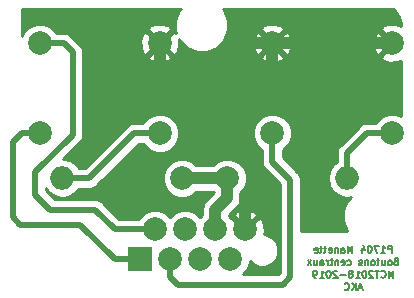
<source format=gbr>
G04 #@! TF.GenerationSoftware,KiCad,Pcbnew,(5.0.0)*
G04 #@! TF.CreationDate,2019-05-16T09:18:07+02:00*
G04 #@! TF.ProjectId,Manette_2019_PCB_Central,4D616E657474655F323031395F504342,rev?*
G04 #@! TF.SameCoordinates,Original*
G04 #@! TF.FileFunction,Copper,L2,Bot,Signal*
G04 #@! TF.FilePolarity,Positive*
%FSLAX46Y46*%
G04 Gerber Fmt 4.6, Leading zero omitted, Abs format (unit mm)*
G04 Created by KiCad (PCBNEW (5.0.0)) date 05/16/19 09:18:07*
%MOMM*%
%LPD*%
G01*
G04 APERTURE LIST*
G04 #@! TA.AperFunction,NonConductor*
%ADD10C,0.150000*%
G04 #@! TD*
G04 #@! TA.AperFunction,ComponentPad*
%ADD11O,2.000000X2.000000*%
G04 #@! TD*
G04 #@! TA.AperFunction,ComponentPad*
%ADD12C,2.000000*%
G04 #@! TD*
G04 #@! TA.AperFunction,ComponentPad*
%ADD13R,2.000000X2.000000*%
G04 #@! TD*
G04 #@! TA.AperFunction,Conductor*
%ADD14C,0.500000*%
G04 #@! TD*
G04 #@! TA.AperFunction,Conductor*
%ADD15C,1.000000*%
G04 #@! TD*
G04 #@! TA.AperFunction,Conductor*
%ADD16C,0.254000*%
G04 #@! TD*
G04 APERTURE END LIST*
D10*
X141574428Y-121886428D02*
X141574428Y-121286428D01*
X141345857Y-121286428D01*
X141288714Y-121315000D01*
X141260142Y-121343571D01*
X141231571Y-121400714D01*
X141231571Y-121486428D01*
X141260142Y-121543571D01*
X141288714Y-121572142D01*
X141345857Y-121600714D01*
X141574428Y-121600714D01*
X140660142Y-121886428D02*
X141003000Y-121886428D01*
X140831571Y-121886428D02*
X140831571Y-121286428D01*
X140888714Y-121372142D01*
X140945857Y-121429285D01*
X141003000Y-121457857D01*
X140460142Y-121286428D02*
X140060142Y-121286428D01*
X140317285Y-121886428D01*
X139717285Y-121286428D02*
X139660142Y-121286428D01*
X139603000Y-121315000D01*
X139574428Y-121343571D01*
X139545857Y-121400714D01*
X139517285Y-121515000D01*
X139517285Y-121657857D01*
X139545857Y-121772142D01*
X139574428Y-121829285D01*
X139603000Y-121857857D01*
X139660142Y-121886428D01*
X139717285Y-121886428D01*
X139774428Y-121857857D01*
X139803000Y-121829285D01*
X139831571Y-121772142D01*
X139860142Y-121657857D01*
X139860142Y-121515000D01*
X139831571Y-121400714D01*
X139803000Y-121343571D01*
X139774428Y-121315000D01*
X139717285Y-121286428D01*
X139003000Y-121486428D02*
X139003000Y-121886428D01*
X139145857Y-121257857D02*
X139288714Y-121686428D01*
X138917285Y-121686428D01*
X138231571Y-121886428D02*
X138231571Y-121286428D01*
X138031571Y-121715000D01*
X137831571Y-121286428D01*
X137831571Y-121886428D01*
X137288714Y-121886428D02*
X137288714Y-121572142D01*
X137317285Y-121515000D01*
X137374428Y-121486428D01*
X137488714Y-121486428D01*
X137545857Y-121515000D01*
X137288714Y-121857857D02*
X137345857Y-121886428D01*
X137488714Y-121886428D01*
X137545857Y-121857857D01*
X137574428Y-121800714D01*
X137574428Y-121743571D01*
X137545857Y-121686428D01*
X137488714Y-121657857D01*
X137345857Y-121657857D01*
X137288714Y-121629285D01*
X137003000Y-121486428D02*
X137003000Y-121886428D01*
X137003000Y-121543571D02*
X136974428Y-121515000D01*
X136917285Y-121486428D01*
X136831571Y-121486428D01*
X136774428Y-121515000D01*
X136745857Y-121572142D01*
X136745857Y-121886428D01*
X136231571Y-121857857D02*
X136288714Y-121886428D01*
X136403000Y-121886428D01*
X136460142Y-121857857D01*
X136488714Y-121800714D01*
X136488714Y-121572142D01*
X136460142Y-121515000D01*
X136403000Y-121486428D01*
X136288714Y-121486428D01*
X136231571Y-121515000D01*
X136203000Y-121572142D01*
X136203000Y-121629285D01*
X136488714Y-121686428D01*
X136031571Y-121486428D02*
X135803000Y-121486428D01*
X135945857Y-121286428D02*
X135945857Y-121800714D01*
X135917285Y-121857857D01*
X135860142Y-121886428D01*
X135803000Y-121886428D01*
X135688714Y-121486428D02*
X135460142Y-121486428D01*
X135603000Y-121286428D02*
X135603000Y-121800714D01*
X135574428Y-121857857D01*
X135517285Y-121886428D01*
X135460142Y-121886428D01*
X135031571Y-121857857D02*
X135088714Y-121886428D01*
X135203000Y-121886428D01*
X135260142Y-121857857D01*
X135288714Y-121800714D01*
X135288714Y-121572142D01*
X135260142Y-121515000D01*
X135203000Y-121486428D01*
X135088714Y-121486428D01*
X135031571Y-121515000D01*
X135003000Y-121572142D01*
X135003000Y-121629285D01*
X135288714Y-121686428D01*
X141917285Y-122622142D02*
X141831571Y-122650714D01*
X141803000Y-122679285D01*
X141774428Y-122736428D01*
X141774428Y-122822142D01*
X141803000Y-122879285D01*
X141831571Y-122907857D01*
X141888714Y-122936428D01*
X142117285Y-122936428D01*
X142117285Y-122336428D01*
X141917285Y-122336428D01*
X141860142Y-122365000D01*
X141831571Y-122393571D01*
X141803000Y-122450714D01*
X141803000Y-122507857D01*
X141831571Y-122565000D01*
X141860142Y-122593571D01*
X141917285Y-122622142D01*
X142117285Y-122622142D01*
X141431571Y-122936428D02*
X141488714Y-122907857D01*
X141517285Y-122879285D01*
X141545857Y-122822142D01*
X141545857Y-122650714D01*
X141517285Y-122593571D01*
X141488714Y-122565000D01*
X141431571Y-122536428D01*
X141345857Y-122536428D01*
X141288714Y-122565000D01*
X141260142Y-122593571D01*
X141231571Y-122650714D01*
X141231571Y-122822142D01*
X141260142Y-122879285D01*
X141288714Y-122907857D01*
X141345857Y-122936428D01*
X141431571Y-122936428D01*
X140717285Y-122536428D02*
X140717285Y-122936428D01*
X140974428Y-122536428D02*
X140974428Y-122850714D01*
X140945857Y-122907857D01*
X140888714Y-122936428D01*
X140803000Y-122936428D01*
X140745857Y-122907857D01*
X140717285Y-122879285D01*
X140517285Y-122536428D02*
X140288714Y-122536428D01*
X140431571Y-122336428D02*
X140431571Y-122850714D01*
X140403000Y-122907857D01*
X140345857Y-122936428D01*
X140288714Y-122936428D01*
X140003000Y-122936428D02*
X140060142Y-122907857D01*
X140088714Y-122879285D01*
X140117285Y-122822142D01*
X140117285Y-122650714D01*
X140088714Y-122593571D01*
X140060142Y-122565000D01*
X140003000Y-122536428D01*
X139917285Y-122536428D01*
X139860142Y-122565000D01*
X139831571Y-122593571D01*
X139803000Y-122650714D01*
X139803000Y-122822142D01*
X139831571Y-122879285D01*
X139860142Y-122907857D01*
X139917285Y-122936428D01*
X140003000Y-122936428D01*
X139545857Y-122536428D02*
X139545857Y-122936428D01*
X139545857Y-122593571D02*
X139517285Y-122565000D01*
X139460142Y-122536428D01*
X139374428Y-122536428D01*
X139317285Y-122565000D01*
X139288714Y-122622142D01*
X139288714Y-122936428D01*
X139031571Y-122907857D02*
X138974428Y-122936428D01*
X138860142Y-122936428D01*
X138803000Y-122907857D01*
X138774428Y-122850714D01*
X138774428Y-122822142D01*
X138803000Y-122765000D01*
X138860142Y-122736428D01*
X138945857Y-122736428D01*
X139003000Y-122707857D01*
X139031571Y-122650714D01*
X139031571Y-122622142D01*
X139003000Y-122565000D01*
X138945857Y-122536428D01*
X138860142Y-122536428D01*
X138803000Y-122565000D01*
X137803000Y-122907857D02*
X137860142Y-122936428D01*
X137974428Y-122936428D01*
X138031571Y-122907857D01*
X138060142Y-122879285D01*
X138088714Y-122822142D01*
X138088714Y-122650714D01*
X138060142Y-122593571D01*
X138031571Y-122565000D01*
X137974428Y-122536428D01*
X137860142Y-122536428D01*
X137803000Y-122565000D01*
X137317285Y-122907857D02*
X137374428Y-122936428D01*
X137488714Y-122936428D01*
X137545857Y-122907857D01*
X137574428Y-122850714D01*
X137574428Y-122622142D01*
X137545857Y-122565000D01*
X137488714Y-122536428D01*
X137374428Y-122536428D01*
X137317285Y-122565000D01*
X137288714Y-122622142D01*
X137288714Y-122679285D01*
X137574428Y-122736428D01*
X137031571Y-122536428D02*
X137031571Y-122936428D01*
X137031571Y-122593571D02*
X137003000Y-122565000D01*
X136945857Y-122536428D01*
X136860142Y-122536428D01*
X136803000Y-122565000D01*
X136774428Y-122622142D01*
X136774428Y-122936428D01*
X136574428Y-122536428D02*
X136345857Y-122536428D01*
X136488714Y-122336428D02*
X136488714Y-122850714D01*
X136460142Y-122907857D01*
X136403000Y-122936428D01*
X136345857Y-122936428D01*
X136145857Y-122936428D02*
X136145857Y-122536428D01*
X136145857Y-122650714D02*
X136117285Y-122593571D01*
X136088714Y-122565000D01*
X136031571Y-122536428D01*
X135974428Y-122536428D01*
X135517285Y-122936428D02*
X135517285Y-122622142D01*
X135545857Y-122565000D01*
X135603000Y-122536428D01*
X135717285Y-122536428D01*
X135774428Y-122565000D01*
X135517285Y-122907857D02*
X135574428Y-122936428D01*
X135717285Y-122936428D01*
X135774428Y-122907857D01*
X135803000Y-122850714D01*
X135803000Y-122793571D01*
X135774428Y-122736428D01*
X135717285Y-122707857D01*
X135574428Y-122707857D01*
X135517285Y-122679285D01*
X134974428Y-122536428D02*
X134974428Y-122936428D01*
X135231571Y-122536428D02*
X135231571Y-122850714D01*
X135203000Y-122907857D01*
X135145857Y-122936428D01*
X135060142Y-122936428D01*
X135003000Y-122907857D01*
X134974428Y-122879285D01*
X134745857Y-122936428D02*
X134431571Y-122536428D01*
X134745857Y-122536428D02*
X134431571Y-122936428D01*
X141688714Y-123986428D02*
X141688714Y-123386428D01*
X141488714Y-123815000D01*
X141288714Y-123386428D01*
X141288714Y-123986428D01*
X140660142Y-123929285D02*
X140688714Y-123957857D01*
X140774428Y-123986428D01*
X140831571Y-123986428D01*
X140917285Y-123957857D01*
X140974428Y-123900714D01*
X141003000Y-123843571D01*
X141031571Y-123729285D01*
X141031571Y-123643571D01*
X141003000Y-123529285D01*
X140974428Y-123472142D01*
X140917285Y-123415000D01*
X140831571Y-123386428D01*
X140774428Y-123386428D01*
X140688714Y-123415000D01*
X140660142Y-123443571D01*
X140488714Y-123386428D02*
X140145857Y-123386428D01*
X140317285Y-123986428D02*
X140317285Y-123386428D01*
X139974428Y-123443571D02*
X139945857Y-123415000D01*
X139888714Y-123386428D01*
X139745857Y-123386428D01*
X139688714Y-123415000D01*
X139660142Y-123443571D01*
X139631571Y-123500714D01*
X139631571Y-123557857D01*
X139660142Y-123643571D01*
X140003000Y-123986428D01*
X139631571Y-123986428D01*
X139260142Y-123386428D02*
X139203000Y-123386428D01*
X139145857Y-123415000D01*
X139117285Y-123443571D01*
X139088714Y-123500714D01*
X139060142Y-123615000D01*
X139060142Y-123757857D01*
X139088714Y-123872142D01*
X139117285Y-123929285D01*
X139145857Y-123957857D01*
X139203000Y-123986428D01*
X139260142Y-123986428D01*
X139317285Y-123957857D01*
X139345857Y-123929285D01*
X139374428Y-123872142D01*
X139403000Y-123757857D01*
X139403000Y-123615000D01*
X139374428Y-123500714D01*
X139345857Y-123443571D01*
X139317285Y-123415000D01*
X139260142Y-123386428D01*
X138488714Y-123986428D02*
X138831571Y-123986428D01*
X138660142Y-123986428D02*
X138660142Y-123386428D01*
X138717285Y-123472142D01*
X138774428Y-123529285D01*
X138831571Y-123557857D01*
X138145857Y-123643571D02*
X138203000Y-123615000D01*
X138231571Y-123586428D01*
X138260142Y-123529285D01*
X138260142Y-123500714D01*
X138231571Y-123443571D01*
X138203000Y-123415000D01*
X138145857Y-123386428D01*
X138031571Y-123386428D01*
X137974428Y-123415000D01*
X137945857Y-123443571D01*
X137917285Y-123500714D01*
X137917285Y-123529285D01*
X137945857Y-123586428D01*
X137974428Y-123615000D01*
X138031571Y-123643571D01*
X138145857Y-123643571D01*
X138203000Y-123672142D01*
X138231571Y-123700714D01*
X138260142Y-123757857D01*
X138260142Y-123872142D01*
X138231571Y-123929285D01*
X138203000Y-123957857D01*
X138145857Y-123986428D01*
X138031571Y-123986428D01*
X137974428Y-123957857D01*
X137945857Y-123929285D01*
X137917285Y-123872142D01*
X137917285Y-123757857D01*
X137945857Y-123700714D01*
X137974428Y-123672142D01*
X138031571Y-123643571D01*
X137660142Y-123757857D02*
X137203000Y-123757857D01*
X136945857Y-123443571D02*
X136917285Y-123415000D01*
X136860142Y-123386428D01*
X136717285Y-123386428D01*
X136660142Y-123415000D01*
X136631571Y-123443571D01*
X136603000Y-123500714D01*
X136603000Y-123557857D01*
X136631571Y-123643571D01*
X136974428Y-123986428D01*
X136603000Y-123986428D01*
X136231571Y-123386428D02*
X136174428Y-123386428D01*
X136117285Y-123415000D01*
X136088714Y-123443571D01*
X136060142Y-123500714D01*
X136031571Y-123615000D01*
X136031571Y-123757857D01*
X136060142Y-123872142D01*
X136088714Y-123929285D01*
X136117285Y-123957857D01*
X136174428Y-123986428D01*
X136231571Y-123986428D01*
X136288714Y-123957857D01*
X136317285Y-123929285D01*
X136345857Y-123872142D01*
X136374428Y-123757857D01*
X136374428Y-123615000D01*
X136345857Y-123500714D01*
X136317285Y-123443571D01*
X136288714Y-123415000D01*
X136231571Y-123386428D01*
X135460142Y-123986428D02*
X135803000Y-123986428D01*
X135631571Y-123986428D02*
X135631571Y-123386428D01*
X135688714Y-123472142D01*
X135745857Y-123529285D01*
X135803000Y-123557857D01*
X135174428Y-123986428D02*
X135060142Y-123986428D01*
X135003000Y-123957857D01*
X134974428Y-123929285D01*
X134917285Y-123843571D01*
X134888714Y-123729285D01*
X134888714Y-123500714D01*
X134917285Y-123443571D01*
X134945857Y-123415000D01*
X135003000Y-123386428D01*
X135117285Y-123386428D01*
X135174428Y-123415000D01*
X135203000Y-123443571D01*
X135231571Y-123500714D01*
X135231571Y-123643571D01*
X135203000Y-123700714D01*
X135174428Y-123729285D01*
X135117285Y-123757857D01*
X135003000Y-123757857D01*
X134945857Y-123729285D01*
X134917285Y-123700714D01*
X134888714Y-123643571D01*
X139045857Y-124865000D02*
X138760142Y-124865000D01*
X139103000Y-125036428D02*
X138903000Y-124436428D01*
X138703000Y-125036428D01*
X138503000Y-125036428D02*
X138503000Y-124436428D01*
X138160142Y-125036428D02*
X138417285Y-124693571D01*
X138160142Y-124436428D02*
X138503000Y-124779285D01*
X137560142Y-124979285D02*
X137588714Y-125007857D01*
X137674428Y-125036428D01*
X137731571Y-125036428D01*
X137817285Y-125007857D01*
X137874428Y-124950714D01*
X137903000Y-124893571D01*
X137931571Y-124779285D01*
X137931571Y-124693571D01*
X137903000Y-124579285D01*
X137874428Y-124522142D01*
X137817285Y-124465000D01*
X137731571Y-124436428D01*
X137674428Y-124436428D01*
X137588714Y-124465000D01*
X137560142Y-124493571D01*
D11*
G04 #@! TO.P,R1,2*
G04 #@! TO.N,Net-(R1-Pad2)*
X137795000Y-115570000D03*
D12*
G04 #@! TO.P,R1,1*
G04 #@! TO.N,Vcc*
X127635000Y-115570000D03*
G04 #@! TD*
G04 #@! TO.P,R2,1*
G04 #@! TO.N,Vcc*
X123825000Y-115570000D03*
D11*
G04 #@! TO.P,R2,2*
G04 #@! TO.N,Net-(R2-Pad2)*
X113665000Y-115570000D03*
G04 #@! TD*
D12*
G04 #@! TO.P,SW1,4*
G04 #@! TO.N,button_START*
X131445000Y-111760000D03*
G04 #@! TO.P,SW1,3*
G04 #@! TO.N,Net-(R1-Pad2)*
X141605000Y-111760000D03*
G04 #@! TO.P,SW1,2*
G04 #@! TO.N,GND*
X131445000Y-104140000D03*
G04 #@! TO.P,SW1,1*
X141605000Y-104140000D03*
G04 #@! TD*
G04 #@! TO.P,SW2,4*
G04 #@! TO.N,button_SELECT*
X111760000Y-111760000D03*
G04 #@! TO.P,SW2,3*
G04 #@! TO.N,Net-(R2-Pad2)*
X121920000Y-111760000D03*
G04 #@! TO.P,SW2,2*
G04 #@! TO.N,Conn_LED_On*
X111760000Y-104140000D03*
G04 #@! TO.P,SW2,1*
G04 #@! TO.N,GND*
X121920000Y-104140000D03*
G04 #@! TD*
D13*
G04 #@! TO.P,J1,1*
G04 #@! TO.N,button_SELECT*
X120269000Y-122428000D03*
D12*
G04 #@! TO.P,J1,2*
G04 #@! TO.N,Conn_LED_On*
X121539000Y-119888000D03*
G04 #@! TO.P,J1,3*
G04 #@! TO.N,button_START*
X122809000Y-122428000D03*
G04 #@! TO.P,J1,4*
G04 #@! TO.N,Net-(J1-Pad4)*
X124079000Y-119888000D03*
G04 #@! TO.P,J1,5*
G04 #@! TO.N,Net-(J1-Pad5)*
X125349000Y-122428000D03*
G04 #@! TO.P,J1,6*
G04 #@! TO.N,Vcc*
X126619000Y-119888000D03*
G04 #@! TO.P,J1,7*
G04 #@! TO.N,Net-(J1-Pad7)*
X127889000Y-122428000D03*
G04 #@! TO.P,J1,8*
G04 #@! TO.N,GND*
X129159000Y-119888000D03*
G04 #@! TD*
D14*
G04 #@! TO.N,button_START*
X131445000Y-114173000D02*
X131445000Y-111760000D01*
X122809000Y-123952000D02*
X123444000Y-124587000D01*
X122809000Y-122428000D02*
X122809000Y-123952000D01*
X123444000Y-124587000D02*
X132334000Y-124587000D01*
X132334000Y-124587000D02*
X132969000Y-123952000D01*
X132969000Y-123952000D02*
X132969000Y-115697000D01*
X132969000Y-115697000D02*
X131445000Y-114173000D01*
G04 #@! TO.N,button_SELECT*
X110236000Y-111760000D02*
X111760000Y-111760000D01*
X118110000Y-122428000D02*
X115189000Y-119507000D01*
X115189000Y-119507000D02*
X110109000Y-119507000D01*
X110109000Y-119507000D02*
X109474000Y-118872000D01*
X120269000Y-122428000D02*
X118110000Y-122428000D01*
X109474000Y-118872000D02*
X109474000Y-112522000D01*
X109474000Y-112522000D02*
X110236000Y-111760000D01*
D15*
G04 #@! TO.N,GND*
X132859213Y-104140000D02*
X141605000Y-104140000D01*
X131445000Y-104140000D02*
X132859213Y-104140000D01*
X131445000Y-106426000D02*
X131445000Y-104140000D01*
X131445000Y-108331000D02*
X131445000Y-106426000D01*
X129159000Y-116967000D02*
X129794000Y-116332000D01*
X129159000Y-119888000D02*
X129159000Y-116967000D01*
X129794000Y-113792000D02*
X129159000Y-113157000D01*
X129794000Y-116332000D02*
X129794000Y-113792000D01*
X129159000Y-113157000D02*
X129159000Y-110617000D01*
X129159000Y-110617000D02*
X131445000Y-108331000D01*
X121920000Y-105918000D02*
X121920000Y-104140000D01*
X122682000Y-106680000D02*
X121920000Y-105918000D01*
X126873000Y-106680000D02*
X122682000Y-106680000D01*
X131445000Y-104140000D02*
X129413000Y-104140000D01*
X129413000Y-104140000D02*
X126873000Y-106680000D01*
D14*
G04 #@! TO.N,Net-(R1-Pad2)*
X137795000Y-115570000D02*
X137795000Y-113411000D01*
X139446000Y-111760000D02*
X141605000Y-111760000D01*
X137795000Y-113411000D02*
X139446000Y-111760000D01*
G04 #@! TO.N,Net-(R2-Pad2)*
X113665000Y-115570000D02*
X115951000Y-115570000D01*
X119761000Y-111760000D02*
X121920000Y-111760000D01*
X115951000Y-115570000D02*
X119761000Y-111760000D01*
D15*
G04 #@! TO.N,Vcc*
X126619000Y-119888000D02*
X126619000Y-118237000D01*
X127635000Y-117221000D02*
X127635000Y-115570000D01*
X126619000Y-118237000D02*
X127635000Y-117221000D01*
X123825000Y-115570000D02*
X127635000Y-115570000D01*
D14*
G04 #@! TO.N,Conn_LED_On*
X121539000Y-119888000D02*
X118110000Y-119888000D01*
X118110000Y-119888000D02*
X116459000Y-118237000D01*
X116459000Y-118237000D02*
X112649000Y-118237000D01*
X112649000Y-118237000D02*
X111379000Y-116967000D01*
X111379000Y-116967000D02*
X111379000Y-115062000D01*
X111379000Y-115062000D02*
X114554000Y-111887000D01*
X114554000Y-111887000D02*
X114554000Y-104902000D01*
X113792000Y-104140000D02*
X111760000Y-104140000D01*
X114554000Y-104902000D02*
X113792000Y-104140000D01*
G04 #@! TD*
D16*
G04 #@! TO.N,GND*
G36*
X123581259Y-101349974D02*
X123241000Y-102171431D01*
X123241000Y-103060569D01*
X123323559Y-103259884D01*
X123072532Y-103167073D01*
X122099605Y-104140000D01*
X123072532Y-105112927D01*
X123339387Y-105014264D01*
X123565908Y-104404539D01*
X123543171Y-103790073D01*
X123581259Y-103882026D01*
X124209974Y-104510741D01*
X125031431Y-104851000D01*
X125920569Y-104851000D01*
X126742026Y-104510741D01*
X127370741Y-103882026D01*
X127373460Y-103875461D01*
X129799092Y-103875461D01*
X129823144Y-104525460D01*
X130025613Y-105014264D01*
X130292468Y-105112927D01*
X131265395Y-104140000D01*
X131624605Y-104140000D01*
X132597532Y-105112927D01*
X132864387Y-105014264D01*
X133090908Y-104404539D01*
X133071331Y-103875461D01*
X139959092Y-103875461D01*
X139983144Y-104525460D01*
X140185613Y-105014264D01*
X140452468Y-105112927D01*
X141425395Y-104140000D01*
X140452468Y-103167073D01*
X140185613Y-103265736D01*
X139959092Y-103875461D01*
X133071331Y-103875461D01*
X133066856Y-103754540D01*
X132864387Y-103265736D01*
X132597532Y-103167073D01*
X131624605Y-104140000D01*
X131265395Y-104140000D01*
X130292468Y-103167073D01*
X130025613Y-103265736D01*
X129799092Y-103875461D01*
X127373460Y-103875461D01*
X127711000Y-103060569D01*
X127711000Y-102987468D01*
X130472073Y-102987468D01*
X131445000Y-103960395D01*
X132417927Y-102987468D01*
X132319264Y-102720613D01*
X131709539Y-102494092D01*
X131059540Y-102518144D01*
X130570736Y-102720613D01*
X130472073Y-102987468D01*
X127711000Y-102987468D01*
X127711000Y-102171431D01*
X127370741Y-101349974D01*
X127239767Y-101219000D01*
X141633732Y-101219000D01*
X141871597Y-101455210D01*
X142165525Y-101918367D01*
X142349538Y-102435134D01*
X142367000Y-102581575D01*
X142367000Y-102678905D01*
X141869539Y-102494092D01*
X141219540Y-102518144D01*
X140730736Y-102720613D01*
X140632073Y-102987468D01*
X141605000Y-103960395D01*
X141619143Y-103946253D01*
X141798748Y-104125858D01*
X141784605Y-104140000D01*
X141798748Y-104154143D01*
X141619143Y-104333748D01*
X141605000Y-104319605D01*
X140632073Y-105292532D01*
X140730736Y-105559387D01*
X141340461Y-105785908D01*
X141990460Y-105761856D01*
X142367000Y-105605888D01*
X142367000Y-110305919D01*
X141930222Y-110125000D01*
X141279778Y-110125000D01*
X140678847Y-110373914D01*
X140218914Y-110833847D01*
X140201868Y-110875000D01*
X139533161Y-110875000D01*
X139446000Y-110857663D01*
X139358839Y-110875000D01*
X139358835Y-110875000D01*
X139100690Y-110926348D01*
X138881845Y-111072576D01*
X138881844Y-111072577D01*
X138807951Y-111121951D01*
X138758577Y-111195844D01*
X137230845Y-112723577D01*
X137156952Y-112772951D01*
X137107578Y-112846844D01*
X137107576Y-112846846D01*
X136961348Y-113065691D01*
X136892663Y-113411000D01*
X136910001Y-113498165D01*
X136910001Y-114194940D01*
X136616231Y-114391231D01*
X136254864Y-114932055D01*
X136127969Y-115570000D01*
X136254864Y-116207945D01*
X136616231Y-116748769D01*
X137157055Y-117110136D01*
X137633969Y-117205000D01*
X137956031Y-117205000D01*
X138109824Y-117174409D01*
X137805259Y-117478974D01*
X137465000Y-118300431D01*
X137465000Y-119189569D01*
X137805259Y-120011026D01*
X137809233Y-120015000D01*
X133854000Y-120015000D01*
X133854000Y-115784159D01*
X133871337Y-115696999D01*
X133854000Y-115609839D01*
X133854000Y-115609835D01*
X133802652Y-115351690D01*
X133607049Y-115058951D01*
X133533156Y-115009577D01*
X132330000Y-113806422D01*
X132330000Y-113163132D01*
X132371153Y-113146086D01*
X132831086Y-112686153D01*
X133080000Y-112085222D01*
X133080000Y-111434778D01*
X132831086Y-110833847D01*
X132371153Y-110373914D01*
X131770222Y-110125000D01*
X131119778Y-110125000D01*
X130518847Y-110373914D01*
X130058914Y-110833847D01*
X129810000Y-111434778D01*
X129810000Y-112085222D01*
X130058914Y-112686153D01*
X130518847Y-113146086D01*
X130560000Y-113163132D01*
X130560000Y-114085839D01*
X130542663Y-114173000D01*
X130560000Y-114260161D01*
X130560000Y-114260164D01*
X130611348Y-114518309D01*
X130806951Y-114811049D01*
X130880847Y-114860425D01*
X132084001Y-116063580D01*
X132084000Y-123585421D01*
X131967422Y-123702000D01*
X128927239Y-123702000D01*
X129275086Y-123354153D01*
X129524000Y-122753222D01*
X129524000Y-122611687D01*
X129774460Y-122862147D01*
X130283506Y-123073000D01*
X130834494Y-123073000D01*
X131343540Y-122862147D01*
X131733147Y-122472540D01*
X131944000Y-121963494D01*
X131944000Y-121412506D01*
X131733147Y-120903460D01*
X131343540Y-120513853D01*
X130834494Y-120303000D01*
X130749010Y-120303000D01*
X130804908Y-120152539D01*
X130780856Y-119502540D01*
X130578387Y-119013736D01*
X130311532Y-118915073D01*
X129338605Y-119888000D01*
X129352748Y-119902143D01*
X129173143Y-120081748D01*
X129159000Y-120067605D01*
X129144858Y-120081748D01*
X128965253Y-119902143D01*
X128979395Y-119888000D01*
X128006468Y-118915073D01*
X127971311Y-118928072D01*
X127778707Y-118735468D01*
X128186073Y-118735468D01*
X129159000Y-119708395D01*
X130131927Y-118735468D01*
X130033264Y-118468613D01*
X129423539Y-118242092D01*
X128773540Y-118266144D01*
X128284736Y-118468613D01*
X128186073Y-118735468D01*
X127778707Y-118735468D01*
X127754000Y-118710761D01*
X127754000Y-118707131D01*
X128358521Y-118102611D01*
X128453289Y-118039289D01*
X128704146Y-117663855D01*
X128770000Y-117332783D01*
X128770000Y-117332782D01*
X128792235Y-117221000D01*
X128770000Y-117109217D01*
X128770000Y-116747239D01*
X129021086Y-116496153D01*
X129270000Y-115895222D01*
X129270000Y-115244778D01*
X129021086Y-114643847D01*
X128561153Y-114183914D01*
X127960222Y-113935000D01*
X127309778Y-113935000D01*
X126708847Y-114183914D01*
X126457761Y-114435000D01*
X125002239Y-114435000D01*
X124751153Y-114183914D01*
X124150222Y-113935000D01*
X123499778Y-113935000D01*
X122898847Y-114183914D01*
X122438914Y-114643847D01*
X122190000Y-115244778D01*
X122190000Y-115895222D01*
X122438914Y-116496153D01*
X122898847Y-116956086D01*
X123499778Y-117205000D01*
X124150222Y-117205000D01*
X124751153Y-116956086D01*
X125002239Y-116705000D01*
X126457761Y-116705000D01*
X126500000Y-116747239D01*
X126500000Y-116750868D01*
X125895479Y-117355389D01*
X125800712Y-117418711D01*
X125676205Y-117605049D01*
X125549854Y-117794146D01*
X125461765Y-118237000D01*
X125484000Y-118348783D01*
X125484000Y-118710761D01*
X125349000Y-118845761D01*
X125005153Y-118501914D01*
X124404222Y-118253000D01*
X123753778Y-118253000D01*
X123152847Y-118501914D01*
X122809000Y-118845761D01*
X122465153Y-118501914D01*
X121864222Y-118253000D01*
X121213778Y-118253000D01*
X120612847Y-118501914D01*
X120152914Y-118961847D01*
X120135868Y-119003000D01*
X118476579Y-119003000D01*
X117146425Y-117672847D01*
X117097049Y-117598951D01*
X116804310Y-117403348D01*
X116546165Y-117352000D01*
X116546161Y-117352000D01*
X116459000Y-117334663D01*
X116371839Y-117352000D01*
X113015579Y-117352000D01*
X112264000Y-116600422D01*
X112264000Y-116416177D01*
X112486231Y-116748769D01*
X113027055Y-117110136D01*
X113503969Y-117205000D01*
X113826031Y-117205000D01*
X114302945Y-117110136D01*
X114843769Y-116748769D01*
X115040059Y-116455000D01*
X115863839Y-116455000D01*
X115951000Y-116472337D01*
X116038161Y-116455000D01*
X116038165Y-116455000D01*
X116296310Y-116403652D01*
X116589049Y-116208049D01*
X116638425Y-116134153D01*
X120127579Y-112645000D01*
X120516868Y-112645000D01*
X120533914Y-112686153D01*
X120993847Y-113146086D01*
X121594778Y-113395000D01*
X122245222Y-113395000D01*
X122846153Y-113146086D01*
X123306086Y-112686153D01*
X123555000Y-112085222D01*
X123555000Y-111434778D01*
X123306086Y-110833847D01*
X122846153Y-110373914D01*
X122245222Y-110125000D01*
X121594778Y-110125000D01*
X120993847Y-110373914D01*
X120533914Y-110833847D01*
X120516868Y-110875000D01*
X119848161Y-110875000D01*
X119761000Y-110857663D01*
X119673839Y-110875000D01*
X119673835Y-110875000D01*
X119415690Y-110926348D01*
X119196845Y-111072576D01*
X119196844Y-111072577D01*
X119122951Y-111121951D01*
X119073577Y-111195844D01*
X115584422Y-114685000D01*
X115040059Y-114685000D01*
X114843769Y-114391231D01*
X114302945Y-114029864D01*
X113826031Y-113935000D01*
X113757579Y-113935000D01*
X115118156Y-112574423D01*
X115192049Y-112525049D01*
X115252329Y-112434835D01*
X115278669Y-112395414D01*
X115387652Y-112232310D01*
X115439000Y-111974165D01*
X115439000Y-111974160D01*
X115456337Y-111887001D01*
X115439000Y-111799841D01*
X115439000Y-105292532D01*
X120947073Y-105292532D01*
X121045736Y-105559387D01*
X121655461Y-105785908D01*
X122305460Y-105761856D01*
X122794264Y-105559387D01*
X122892927Y-105292532D01*
X130472073Y-105292532D01*
X130570736Y-105559387D01*
X131180461Y-105785908D01*
X131830460Y-105761856D01*
X132319264Y-105559387D01*
X132417927Y-105292532D01*
X131445000Y-104319605D01*
X130472073Y-105292532D01*
X122892927Y-105292532D01*
X121920000Y-104319605D01*
X120947073Y-105292532D01*
X115439000Y-105292532D01*
X115439000Y-104989161D01*
X115456337Y-104902000D01*
X115439000Y-104814839D01*
X115439000Y-104814835D01*
X115387652Y-104556690D01*
X115339957Y-104485310D01*
X115241424Y-104337845D01*
X115241423Y-104337844D01*
X115192049Y-104263951D01*
X115118156Y-104214577D01*
X114779040Y-103875461D01*
X120274092Y-103875461D01*
X120298144Y-104525460D01*
X120500613Y-105014264D01*
X120767468Y-105112927D01*
X121740395Y-104140000D01*
X120767468Y-103167073D01*
X120500613Y-103265736D01*
X120274092Y-103875461D01*
X114779040Y-103875461D01*
X114479425Y-103575847D01*
X114430049Y-103501951D01*
X114137310Y-103306348D01*
X113879165Y-103255000D01*
X113879161Y-103255000D01*
X113792000Y-103237663D01*
X113704839Y-103255000D01*
X113163132Y-103255000D01*
X113146086Y-103213847D01*
X112919707Y-102987468D01*
X120947073Y-102987468D01*
X121920000Y-103960395D01*
X122892927Y-102987468D01*
X122794264Y-102720613D01*
X122184539Y-102494092D01*
X121534540Y-102518144D01*
X121045736Y-102720613D01*
X120947073Y-102987468D01*
X112919707Y-102987468D01*
X112686153Y-102753914D01*
X112085222Y-102505000D01*
X111434778Y-102505000D01*
X110833847Y-102753914D01*
X110373914Y-103213847D01*
X110236000Y-103546801D01*
X110236000Y-101219000D01*
X123712233Y-101219000D01*
X123581259Y-101349974D01*
X123581259Y-101349974D01*
G37*
X123581259Y-101349974D02*
X123241000Y-102171431D01*
X123241000Y-103060569D01*
X123323559Y-103259884D01*
X123072532Y-103167073D01*
X122099605Y-104140000D01*
X123072532Y-105112927D01*
X123339387Y-105014264D01*
X123565908Y-104404539D01*
X123543171Y-103790073D01*
X123581259Y-103882026D01*
X124209974Y-104510741D01*
X125031431Y-104851000D01*
X125920569Y-104851000D01*
X126742026Y-104510741D01*
X127370741Y-103882026D01*
X127373460Y-103875461D01*
X129799092Y-103875461D01*
X129823144Y-104525460D01*
X130025613Y-105014264D01*
X130292468Y-105112927D01*
X131265395Y-104140000D01*
X131624605Y-104140000D01*
X132597532Y-105112927D01*
X132864387Y-105014264D01*
X133090908Y-104404539D01*
X133071331Y-103875461D01*
X139959092Y-103875461D01*
X139983144Y-104525460D01*
X140185613Y-105014264D01*
X140452468Y-105112927D01*
X141425395Y-104140000D01*
X140452468Y-103167073D01*
X140185613Y-103265736D01*
X139959092Y-103875461D01*
X133071331Y-103875461D01*
X133066856Y-103754540D01*
X132864387Y-103265736D01*
X132597532Y-103167073D01*
X131624605Y-104140000D01*
X131265395Y-104140000D01*
X130292468Y-103167073D01*
X130025613Y-103265736D01*
X129799092Y-103875461D01*
X127373460Y-103875461D01*
X127711000Y-103060569D01*
X127711000Y-102987468D01*
X130472073Y-102987468D01*
X131445000Y-103960395D01*
X132417927Y-102987468D01*
X132319264Y-102720613D01*
X131709539Y-102494092D01*
X131059540Y-102518144D01*
X130570736Y-102720613D01*
X130472073Y-102987468D01*
X127711000Y-102987468D01*
X127711000Y-102171431D01*
X127370741Y-101349974D01*
X127239767Y-101219000D01*
X141633732Y-101219000D01*
X141871597Y-101455210D01*
X142165525Y-101918367D01*
X142349538Y-102435134D01*
X142367000Y-102581575D01*
X142367000Y-102678905D01*
X141869539Y-102494092D01*
X141219540Y-102518144D01*
X140730736Y-102720613D01*
X140632073Y-102987468D01*
X141605000Y-103960395D01*
X141619143Y-103946253D01*
X141798748Y-104125858D01*
X141784605Y-104140000D01*
X141798748Y-104154143D01*
X141619143Y-104333748D01*
X141605000Y-104319605D01*
X140632073Y-105292532D01*
X140730736Y-105559387D01*
X141340461Y-105785908D01*
X141990460Y-105761856D01*
X142367000Y-105605888D01*
X142367000Y-110305919D01*
X141930222Y-110125000D01*
X141279778Y-110125000D01*
X140678847Y-110373914D01*
X140218914Y-110833847D01*
X140201868Y-110875000D01*
X139533161Y-110875000D01*
X139446000Y-110857663D01*
X139358839Y-110875000D01*
X139358835Y-110875000D01*
X139100690Y-110926348D01*
X138881845Y-111072576D01*
X138881844Y-111072577D01*
X138807951Y-111121951D01*
X138758577Y-111195844D01*
X137230845Y-112723577D01*
X137156952Y-112772951D01*
X137107578Y-112846844D01*
X137107576Y-112846846D01*
X136961348Y-113065691D01*
X136892663Y-113411000D01*
X136910001Y-113498165D01*
X136910001Y-114194940D01*
X136616231Y-114391231D01*
X136254864Y-114932055D01*
X136127969Y-115570000D01*
X136254864Y-116207945D01*
X136616231Y-116748769D01*
X137157055Y-117110136D01*
X137633969Y-117205000D01*
X137956031Y-117205000D01*
X138109824Y-117174409D01*
X137805259Y-117478974D01*
X137465000Y-118300431D01*
X137465000Y-119189569D01*
X137805259Y-120011026D01*
X137809233Y-120015000D01*
X133854000Y-120015000D01*
X133854000Y-115784159D01*
X133871337Y-115696999D01*
X133854000Y-115609839D01*
X133854000Y-115609835D01*
X133802652Y-115351690D01*
X133607049Y-115058951D01*
X133533156Y-115009577D01*
X132330000Y-113806422D01*
X132330000Y-113163132D01*
X132371153Y-113146086D01*
X132831086Y-112686153D01*
X133080000Y-112085222D01*
X133080000Y-111434778D01*
X132831086Y-110833847D01*
X132371153Y-110373914D01*
X131770222Y-110125000D01*
X131119778Y-110125000D01*
X130518847Y-110373914D01*
X130058914Y-110833847D01*
X129810000Y-111434778D01*
X129810000Y-112085222D01*
X130058914Y-112686153D01*
X130518847Y-113146086D01*
X130560000Y-113163132D01*
X130560000Y-114085839D01*
X130542663Y-114173000D01*
X130560000Y-114260161D01*
X130560000Y-114260164D01*
X130611348Y-114518309D01*
X130806951Y-114811049D01*
X130880847Y-114860425D01*
X132084001Y-116063580D01*
X132084000Y-123585421D01*
X131967422Y-123702000D01*
X128927239Y-123702000D01*
X129275086Y-123354153D01*
X129524000Y-122753222D01*
X129524000Y-122611687D01*
X129774460Y-122862147D01*
X130283506Y-123073000D01*
X130834494Y-123073000D01*
X131343540Y-122862147D01*
X131733147Y-122472540D01*
X131944000Y-121963494D01*
X131944000Y-121412506D01*
X131733147Y-120903460D01*
X131343540Y-120513853D01*
X130834494Y-120303000D01*
X130749010Y-120303000D01*
X130804908Y-120152539D01*
X130780856Y-119502540D01*
X130578387Y-119013736D01*
X130311532Y-118915073D01*
X129338605Y-119888000D01*
X129352748Y-119902143D01*
X129173143Y-120081748D01*
X129159000Y-120067605D01*
X129144858Y-120081748D01*
X128965253Y-119902143D01*
X128979395Y-119888000D01*
X128006468Y-118915073D01*
X127971311Y-118928072D01*
X127778707Y-118735468D01*
X128186073Y-118735468D01*
X129159000Y-119708395D01*
X130131927Y-118735468D01*
X130033264Y-118468613D01*
X129423539Y-118242092D01*
X128773540Y-118266144D01*
X128284736Y-118468613D01*
X128186073Y-118735468D01*
X127778707Y-118735468D01*
X127754000Y-118710761D01*
X127754000Y-118707131D01*
X128358521Y-118102611D01*
X128453289Y-118039289D01*
X128704146Y-117663855D01*
X128770000Y-117332783D01*
X128770000Y-117332782D01*
X128792235Y-117221000D01*
X128770000Y-117109217D01*
X128770000Y-116747239D01*
X129021086Y-116496153D01*
X129270000Y-115895222D01*
X129270000Y-115244778D01*
X129021086Y-114643847D01*
X128561153Y-114183914D01*
X127960222Y-113935000D01*
X127309778Y-113935000D01*
X126708847Y-114183914D01*
X126457761Y-114435000D01*
X125002239Y-114435000D01*
X124751153Y-114183914D01*
X124150222Y-113935000D01*
X123499778Y-113935000D01*
X122898847Y-114183914D01*
X122438914Y-114643847D01*
X122190000Y-115244778D01*
X122190000Y-115895222D01*
X122438914Y-116496153D01*
X122898847Y-116956086D01*
X123499778Y-117205000D01*
X124150222Y-117205000D01*
X124751153Y-116956086D01*
X125002239Y-116705000D01*
X126457761Y-116705000D01*
X126500000Y-116747239D01*
X126500000Y-116750868D01*
X125895479Y-117355389D01*
X125800712Y-117418711D01*
X125676205Y-117605049D01*
X125549854Y-117794146D01*
X125461765Y-118237000D01*
X125484000Y-118348783D01*
X125484000Y-118710761D01*
X125349000Y-118845761D01*
X125005153Y-118501914D01*
X124404222Y-118253000D01*
X123753778Y-118253000D01*
X123152847Y-118501914D01*
X122809000Y-118845761D01*
X122465153Y-118501914D01*
X121864222Y-118253000D01*
X121213778Y-118253000D01*
X120612847Y-118501914D01*
X120152914Y-118961847D01*
X120135868Y-119003000D01*
X118476579Y-119003000D01*
X117146425Y-117672847D01*
X117097049Y-117598951D01*
X116804310Y-117403348D01*
X116546165Y-117352000D01*
X116546161Y-117352000D01*
X116459000Y-117334663D01*
X116371839Y-117352000D01*
X113015579Y-117352000D01*
X112264000Y-116600422D01*
X112264000Y-116416177D01*
X112486231Y-116748769D01*
X113027055Y-117110136D01*
X113503969Y-117205000D01*
X113826031Y-117205000D01*
X114302945Y-117110136D01*
X114843769Y-116748769D01*
X115040059Y-116455000D01*
X115863839Y-116455000D01*
X115951000Y-116472337D01*
X116038161Y-116455000D01*
X116038165Y-116455000D01*
X116296310Y-116403652D01*
X116589049Y-116208049D01*
X116638425Y-116134153D01*
X120127579Y-112645000D01*
X120516868Y-112645000D01*
X120533914Y-112686153D01*
X120993847Y-113146086D01*
X121594778Y-113395000D01*
X122245222Y-113395000D01*
X122846153Y-113146086D01*
X123306086Y-112686153D01*
X123555000Y-112085222D01*
X123555000Y-111434778D01*
X123306086Y-110833847D01*
X122846153Y-110373914D01*
X122245222Y-110125000D01*
X121594778Y-110125000D01*
X120993847Y-110373914D01*
X120533914Y-110833847D01*
X120516868Y-110875000D01*
X119848161Y-110875000D01*
X119761000Y-110857663D01*
X119673839Y-110875000D01*
X119673835Y-110875000D01*
X119415690Y-110926348D01*
X119196845Y-111072576D01*
X119196844Y-111072577D01*
X119122951Y-111121951D01*
X119073577Y-111195844D01*
X115584422Y-114685000D01*
X115040059Y-114685000D01*
X114843769Y-114391231D01*
X114302945Y-114029864D01*
X113826031Y-113935000D01*
X113757579Y-113935000D01*
X115118156Y-112574423D01*
X115192049Y-112525049D01*
X115252329Y-112434835D01*
X115278669Y-112395414D01*
X115387652Y-112232310D01*
X115439000Y-111974165D01*
X115439000Y-111974160D01*
X115456337Y-111887001D01*
X115439000Y-111799841D01*
X115439000Y-105292532D01*
X120947073Y-105292532D01*
X121045736Y-105559387D01*
X121655461Y-105785908D01*
X122305460Y-105761856D01*
X122794264Y-105559387D01*
X122892927Y-105292532D01*
X130472073Y-105292532D01*
X130570736Y-105559387D01*
X131180461Y-105785908D01*
X131830460Y-105761856D01*
X132319264Y-105559387D01*
X132417927Y-105292532D01*
X131445000Y-104319605D01*
X130472073Y-105292532D01*
X122892927Y-105292532D01*
X121920000Y-104319605D01*
X120947073Y-105292532D01*
X115439000Y-105292532D01*
X115439000Y-104989161D01*
X115456337Y-104902000D01*
X115439000Y-104814839D01*
X115439000Y-104814835D01*
X115387652Y-104556690D01*
X115339957Y-104485310D01*
X115241424Y-104337845D01*
X115241423Y-104337844D01*
X115192049Y-104263951D01*
X115118156Y-104214577D01*
X114779040Y-103875461D01*
X120274092Y-103875461D01*
X120298144Y-104525460D01*
X120500613Y-105014264D01*
X120767468Y-105112927D01*
X121740395Y-104140000D01*
X120767468Y-103167073D01*
X120500613Y-103265736D01*
X120274092Y-103875461D01*
X114779040Y-103875461D01*
X114479425Y-103575847D01*
X114430049Y-103501951D01*
X114137310Y-103306348D01*
X113879165Y-103255000D01*
X113879161Y-103255000D01*
X113792000Y-103237663D01*
X113704839Y-103255000D01*
X113163132Y-103255000D01*
X113146086Y-103213847D01*
X112919707Y-102987468D01*
X120947073Y-102987468D01*
X121920000Y-103960395D01*
X122892927Y-102987468D01*
X122794264Y-102720613D01*
X122184539Y-102494092D01*
X121534540Y-102518144D01*
X121045736Y-102720613D01*
X120947073Y-102987468D01*
X112919707Y-102987468D01*
X112686153Y-102753914D01*
X112085222Y-102505000D01*
X111434778Y-102505000D01*
X110833847Y-102753914D01*
X110373914Y-103213847D01*
X110236000Y-103546801D01*
X110236000Y-101219000D01*
X123712233Y-101219000D01*
X123581259Y-101349974D01*
G04 #@! TD*
M02*

</source>
